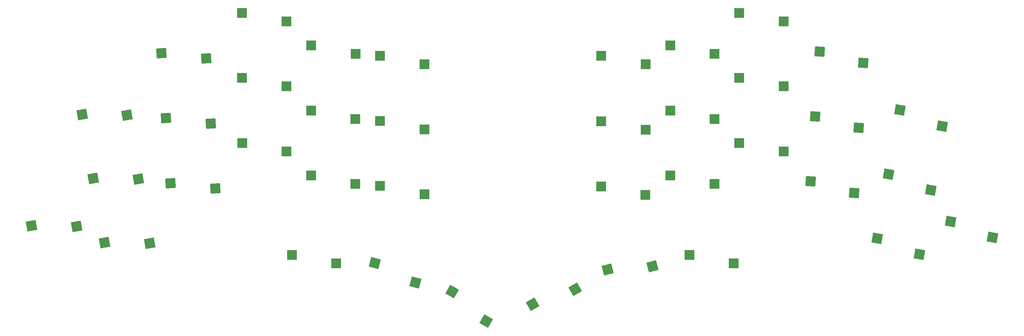
<source format=gbp>
G04 #@! TF.GenerationSoftware,KiCad,Pcbnew,9.0.4*
G04 #@! TF.CreationDate,2025-08-27T21:58:08-05:00*
G04 #@! TF.ProjectId,totem_0_3,746f7465-6d5f-4305-9f33-2e6b69636164,0.3*
G04 #@! TF.SameCoordinates,Original*
G04 #@! TF.FileFunction,Paste,Bot*
G04 #@! TF.FilePolarity,Positive*
%FSLAX46Y46*%
G04 Gerber Fmt 4.6, Leading zero omitted, Abs format (unit mm)*
G04 Created by KiCad (PCBNEW 9.0.4) date 2025-08-27 21:58:08*
%MOMM*%
%LPD*%
G01*
G04 APERTURE LIST*
G04 Aperture macros list*
%AMRotRect*
0 Rectangle, with rotation*
0 The origin of the aperture is its center*
0 $1 length*
0 $2 width*
0 $3 Rotation angle, in degrees counterclockwise*
0 Add horizontal line*
21,1,$1,$2,0,0,$3*%
G04 Aperture macros list end*
%ADD10RotRect,2.600000X2.600000X170.000000*%
%ADD11R,2.600000X2.600000*%
%ADD12RotRect,2.600000X2.600000X176.000000*%
%ADD13RotRect,2.600000X2.600000X165.000000*%
%ADD14RotRect,2.600000X2.600000X190.000000*%
%ADD15RotRect,2.600000X2.600000X184.000000*%
%ADD16RotRect,2.600000X2.600000X150.000000*%
%ADD17RotRect,2.600000X2.600000X195.000000*%
%ADD18RotRect,2.600000X2.600000X210.000000*%
G04 APERTURE END LIST*
D10*
X277500328Y-106840000D03*
X266517672Y-102669522D03*
D11*
X205009000Y-92890000D03*
X193469000Y-90690000D03*
D12*
X241417424Y-95189630D03*
X230059000Y-92190000D03*
D11*
X129379000Y-95590000D03*
X117839000Y-93390000D03*
D13*
X127009000Y-118590000D03*
X116431618Y-113478192D03*
D11*
X187029000Y-61590000D03*
X175489000Y-59390000D03*
D14*
X54809000Y-91590000D03*
X43062292Y-91427322D03*
D15*
X73709000Y-77090000D03*
X62043646Y-75700348D03*
D11*
X187029000Y-78690000D03*
X175489000Y-76490000D03*
D10*
X258429322Y-111257830D03*
X247446666Y-107087352D03*
D11*
X223009000Y-50440000D03*
X211469000Y-48240000D03*
X129379000Y-78590000D03*
X117839000Y-76390000D03*
X93379000Y-67390000D03*
X81839000Y-65190000D03*
X223009000Y-84390000D03*
X211469000Y-82190000D03*
X205009000Y-58890000D03*
X193469000Y-56690000D03*
X111409000Y-58890000D03*
X99869000Y-56690000D03*
D15*
X72512319Y-60107756D03*
X60846965Y-58718104D03*
D11*
X93409000Y-84390000D03*
X81869000Y-82190000D03*
D14*
X38682354Y-103971339D03*
X26935646Y-103808661D03*
D10*
X261400328Y-94494164D03*
X250417672Y-90323686D03*
D11*
X111379000Y-75890000D03*
X99839000Y-73690000D03*
X93379000Y-50390000D03*
X81839000Y-48190000D03*
D14*
X51882354Y-74871339D03*
X40135646Y-74708661D03*
D16*
X145521031Y-128630256D03*
X136627097Y-120955000D03*
D17*
X188866609Y-114340001D03*
X177150423Y-115201735D03*
D10*
X264329322Y-77757830D03*
X253346666Y-73587352D03*
D11*
X187009000Y-95690000D03*
X175469000Y-93490000D03*
D15*
X74871035Y-94061897D03*
X63205681Y-92672245D03*
D14*
X57735386Y-108320507D03*
X45988678Y-108157829D03*
D12*
X242605390Y-78211527D03*
X231246966Y-75211897D03*
D11*
X129379000Y-61590000D03*
X117839000Y-59390000D03*
X106379000Y-113590000D03*
X94839000Y-111390000D03*
D12*
X243788212Y-61289815D03*
X232429788Y-58290185D03*
D11*
X205009000Y-75890000D03*
X193469000Y-73690000D03*
X111379000Y-92890000D03*
X99839000Y-90690000D03*
X210029000Y-113590000D03*
X198489000Y-111390000D03*
X223009000Y-67390000D03*
X211469000Y-65190000D03*
D18*
X168702934Y-120357628D03*
X157609000Y-124222372D03*
M02*

</source>
